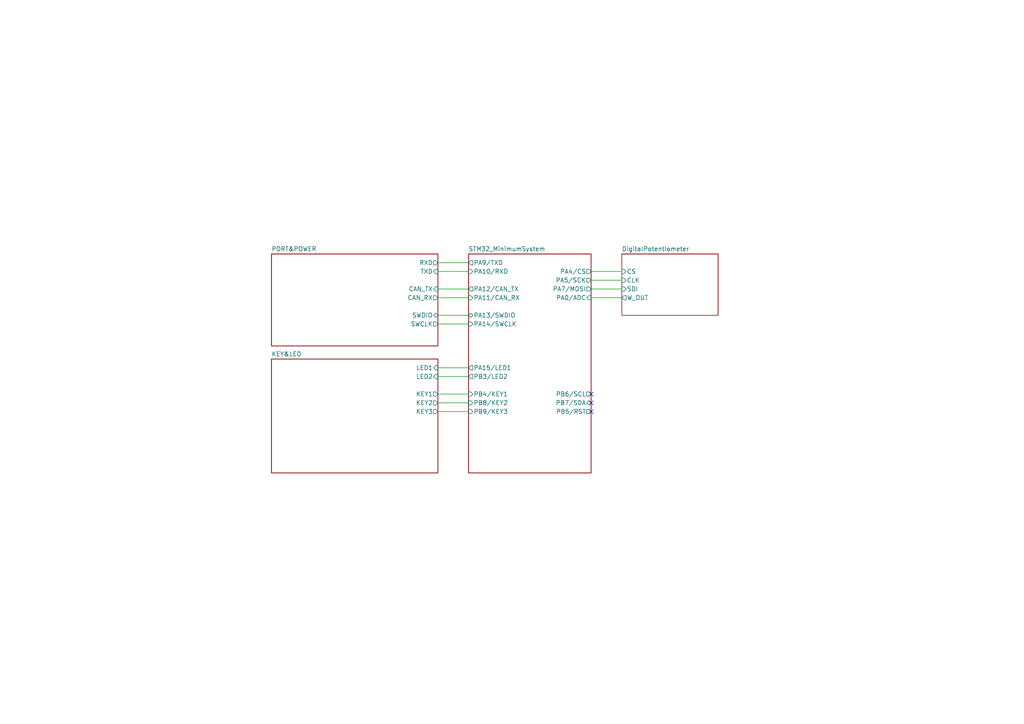
<source format=kicad_sch>
(kicad_sch (version 20211123) (generator eeschema)
  (paper "A4")
  (lib_symbols)
  (no_connect (at 171.45 119.38))
  (no_connect (at 171.45 114.3))
  (no_connect (at 171.45 116.84))
  (wire (pts (xy 127 109.22) (xy 135.89 109.22)))
  (wire (pts (xy 127 83.82) (xy 135.89 83.82)))
  (wire (pts (xy 127 114.3) (xy 135.89 114.3)))
  (wire (pts (xy 171.45 86.36) (xy 180.34 86.36)))
  (wire (pts (xy 171.45 83.82) (xy 180.34 83.82)))
  (wire (pts (xy 127 76.2) (xy 135.89 76.2)))
  (wire (pts (xy 127 93.98) (xy 135.89 93.98)))
  (wire (pts (xy 171.45 81.28) (xy 180.34 81.28)))
  (wire (pts (xy 171.45 78.74) (xy 180.34 78.74)))
  (wire (pts (xy 127 119.38) (xy 135.89 119.38)))
  (wire (pts (xy 127 116.84) (xy 135.89 116.84)))
  (wire (pts (xy 127 78.74) (xy 135.89 78.74)))
  (wire (pts (xy 127 106.68) (xy 135.89 106.68)))
  (wire (pts (xy 127 91.44) (xy 135.89 91.44)))
  (wire (pts (xy 127 86.36) (xy 135.89 86.36)))
  (sheet (at 180.34 73.66) (size 27.94 17.78) (stroke (width 0.1524))
    (property "Sheet name" "DigitalPotentiometer" (at 180.34 72.9484 0) (effects (justify left bottom)))
    (property "Sheet file" "AD8400.kicad_sch" (effects hide))
    (pin "CLK" input (at 180.34 81.28 180))
    (pin "W_OUT" output (at 180.34 86.36 180))
    (pin "CS" input (at 180.34 78.74 180))
    (pin "SDI" input (at 180.34 83.82 180))
  )
  (sheet (at 78.74 104.14) (size 48.26 33.02) (stroke (width 0.1524))
    (property "Sheet name" "KEY&LED" (at 78.74 103.4284 0) (effects (justify left bottom)))
    (property "Sheet file" "KEY&LED.kicad_sch" (effects hide))
    (pin "KEY2" output (at 127 116.84 0))
    (pin "KEY1" output (at 127 114.3 0))
    (pin "LED1" input (at 127 106.68 0))
    (pin "LED2" input (at 127 109.22 0))
    (pin "KEY3" output (at 127 119.38 0))
  )
  (sheet (at 78.74 73.66) (size 48.26 26.67) (stroke (width 0.1524))
    (property "Sheet name" "PORT&POWER" (at 78.74 72.9484 0) (effects (justify left bottom)))
    (property "Sheet file" "PORT.kicad_sch" (effects hide))
    (pin "RXD" output (at 127 76.2 0))
    (pin "SWDIO" bidirectional (at 127 91.44 0))
    (pin "SWCLK" output (at 127 93.98 0))
    (pin "TXD" input (at 127 78.74 0))
    (pin "CAN_TX" input (at 127 83.82 0))
    (pin "CAN_RX" output (at 127 86.36 0))
  )
  (sheet (at 135.89 73.66) (size 35.56 63.5) (stroke (width 0.1524))
    (property "Sheet name" "STM32_MinimumSystem" (at 135.89 72.9484 0) (effects (justify left bottom)))
    (property "Sheet file" "STM32.kicad_sch" (effects hide))
    (pin "PA9{slash}TXD" output (at 135.89 76.2 180))
    (pin "PA10{slash}RXD" input (at 135.89 78.74 180))
    (pin "PA11{slash}CAN_RX" input (at 135.89 86.36 180))
    (pin "PA12{slash}CAN_TX" output (at 135.89 83.82 180))
    (pin "PB4{slash}KEY1" input (at 135.89 114.3 180))
    (pin "PB8{slash}KEY2" input (at 135.89 116.84 180))
    (pin "PB9{slash}KEY3" input (at 135.89 119.38 180))
    (pin "PB5{slash}RST" output (at 171.45 119.38 0))
    (pin "PA13{slash}SWDIO" bidirectional (at 135.89 91.44 180))
    (pin "PB7{slash}SDA" bidirectional (at 171.45 116.84 0))
    (pin "PA0{slash}ADC" input (at 171.45 86.36 0))
    (pin "PA15{slash}LED1" output (at 135.89 106.68 180))
    (pin "PA4{slash}CS" output (at 171.45 78.74 0))
    (pin "PA5{slash}SCK" output (at 171.45 81.28 0))
    (pin "PB3{slash}LED2" output (at 135.89 109.22 180))
    (pin "PB6{slash}SCL" output (at 171.45 114.3 0))
    (pin "PA7{slash}MOSI" output (at 171.45 83.82 0))
    (pin "PA14{slash}SWCLK" input (at 135.89 93.98 180))
  )
)
</source>
